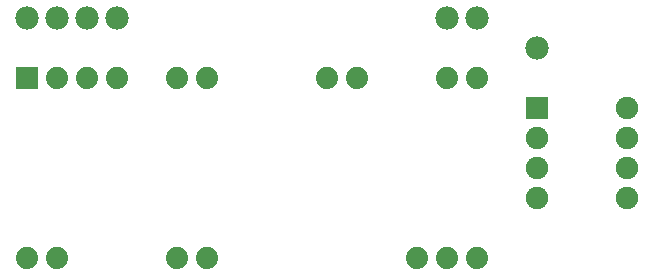
<source format=gtl>
G04 MADE WITH FRITZING*
G04 WWW.FRITZING.ORG*
G04 DOUBLE SIDED*
G04 HOLES PLATED*
G04 CONTOUR ON CENTER OF CONTOUR VECTOR*
%ASAXBY*%
%FSLAX23Y23*%
%MOIN*%
%OFA0B0*%
%SFA1.0B1.0*%
%ADD10C,0.074000*%
%ADD11C,0.075000*%
%ADD12C,0.078000*%
%ADD13R,0.074000X0.074000*%
%ADD14R,0.075000X0.075000*%
%LNCOPPER1*%
G90*
G70*
G54D10*
X1161Y317D03*
X1061Y917D03*
X1561Y917D03*
X1061Y317D03*
X1661Y917D03*
X1161Y917D03*
X1961Y917D03*
X2061Y917D03*
X1861Y317D03*
X1961Y317D03*
X2061Y317D03*
X561Y917D03*
X661Y917D03*
X761Y917D03*
X861Y917D03*
X661Y317D03*
X561Y317D03*
G54D11*
X2261Y817D03*
X2561Y817D03*
X2261Y717D03*
X2561Y717D03*
X2261Y617D03*
X2561Y617D03*
X2261Y517D03*
X2561Y517D03*
G54D12*
X561Y1117D03*
X661Y1117D03*
X761Y1117D03*
X861Y1117D03*
X1961Y1117D03*
X2061Y1117D03*
X2261Y1017D03*
G54D13*
X561Y917D03*
G54D14*
X2261Y817D03*
G04 End of Copper1*
M02*
</source>
